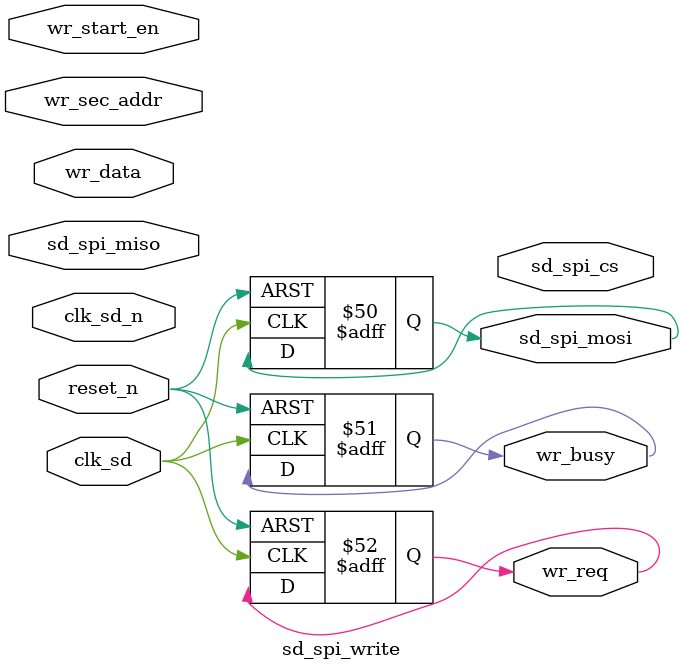
<source format=v>
module sd_spi_write(
    input wire          clk_sd      ,
    input wire          clk_sd_n    ,
    input wire          reset_n     ,
    /*  SPI  */
    input wire          sd_spi_miso ,
    output reg          sd_spi_cs   ,
    output reg          sd_spi_mosi ,
    /*  Write  */
    input wire          wr_start_en ,
    input wire  [31:0]  wr_sec_addr ,
    input wire  [15:0]  wr_data     ,
    output reg          wr_busy     ,
    output reg          wr_req
);

    parameter HEAD_BYTE = 8'hFE;

    
    reg             wr_en_delay0;
    reg             wr_en_delay1;
    wire            pos_wr_en;

    // respond data
    reg             re_en;
    reg     [7:0]   re_data;
    reg             re_flag;
    reg     [5:0]   re_bit_cnt;
    // command
    reg     [3:0]   wr_ctrl_cnt;
    reg     [47:0]  cmd_wr;
    reg     [5:0]   cmd_bit_cnt;

    // write
    reg     [3:0]   wr_bit_cnt;
    reg     [8:0]   wr_data_cnt;
    reg     [15:0]  wr_data_buf;

    reg             detect_done_flag;
    reg     [7:0]   detect_data;

    assign pos_wr_en = ( ~wr_en_delay1 ) & wr_en_delay0;

    // wr_start_en
    always @(posedge clk_sd or negedge reset_n)
    begin
        if(!reset_n)
        begin
            wr_en_delay0 <= 1'b0;
            wr_en_delay1 <= 1'b0;
        end
        else
        begin
            wr_en_delay0 <= wr_start_en;
            wr_en_delay1 <= wr_en_delay0;
        end
    end

    // receive respond data
    always @(posedge clk_sd_n or negedge reset_n)
    begin
        if(!reset_n)
        begin
            re_en <= 1'b0;
            re_data <= 8'd0;
            re_flag <= 1'b0;
            re_bit_cnt <= 6'd0;
        end
        else
        begin
            if(sd_spi_miso == 1'b0 && re_flag == 1'b0)
            begin
                re_flag <= 1'b1;
                re_data <= {re_data[6:0], sd_spi_miso};
                re_bit_cnt <= re_bit_cnt + 6'd1;
                re_en <= 1'b0;
            end
            else if(re_flag)
            begin
                re_data <= {re_data[6:0], sd_spi_miso};
                re_bit_cnt <= re_bit_cnt + 6'd1;
                if(re_bit_cnt == 6'd7)
                begin
                    re_flag <= 1'b0;
                    re_bit_cnt <= 6'd0;
                    re_en <= 1'b1;
                end
            end
            else
                re_en <= 1'b0;
        end
    end

    // detect if sd is busy
    always @(posedge clk_sd or negedge reset_n) begin
        if(!reset_n)
            detect_data <= 8'd0;
        else if(detect_done_flag)
            detect_data <= {detect_data[6:0], sd_spi_miso};
        else
            detect_data <= 8'd0;
    end

    // write data
    always @(posedge clk_sd or negedge reset_n)
    begin
        if(!reset_n)
        begin
            sd_cs <= 1'b1;
            sd_spi_mosi <= 1'b1;
            wr_ctrl_cnt <= 4'd0;
            wr_busy <= 1'b0;
            cmd_wr <= 48'd0;
            cmd_bit_cnt <= 6'd0;
            bit_cnt <= 4'd0;
            wr_data_t <= 16'd0;
            data_cnt <= 9'd0;
            wr_req <= 1'b0;
            detect_done_flag <= 1'b0;
        end
        else
        begin
            
        end
    end




endmodule // sd_spi_write
</source>
